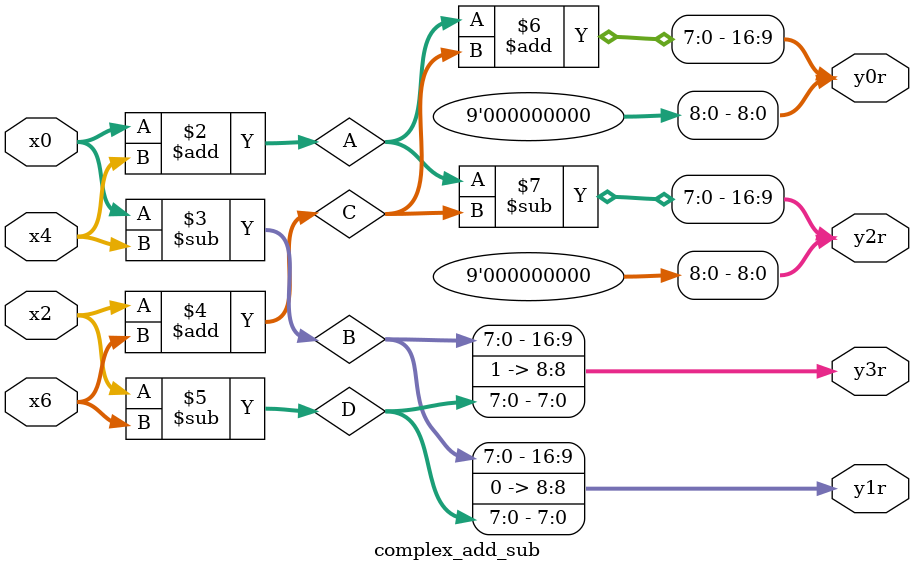
<source format=v>
module complex_add_sub(x0,x4,x2,x6, y0r ,y1r,y2r,y3r);
input signed[7:0] x0,x4,x2,x6;
output reg signed [16:0] y0r,y1r,y2r,y3r;
reg signed[7:0] A,B,C,D;
always @(x0,x4,x2,x6)
begin
A=x0+x4;
B=x0-x4;
C=x2+x6;
D=x2-x6;
/*8 bit real part,1 bit for deciding operation, 8 bit imag part*/
y0r={(A+C),1'b0,8'b0}; 
y1r={B,1'b0,D};
y2r={(A-C),1'b0,8'b0};
y3r={B,1'b1,D};
end
endmodule
</source>
